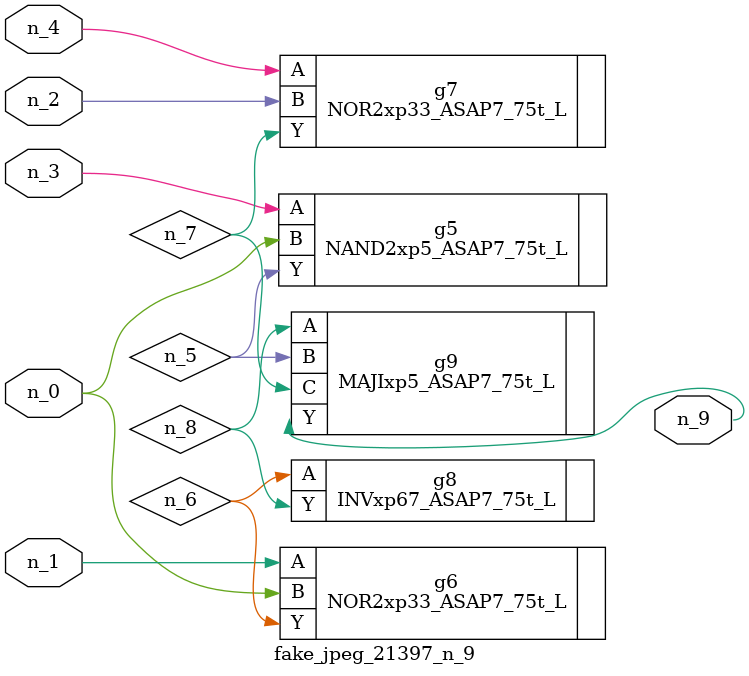
<source format=v>
module fake_jpeg_21397_n_9 (n_3, n_2, n_1, n_0, n_4, n_9);

input n_3;
input n_2;
input n_1;
input n_0;
input n_4;

output n_9;

wire n_8;
wire n_6;
wire n_5;
wire n_7;

NAND2xp5_ASAP7_75t_L g5 ( 
.A(n_3),
.B(n_0),
.Y(n_5)
);

NOR2xp33_ASAP7_75t_L g6 ( 
.A(n_1),
.B(n_0),
.Y(n_6)
);

NOR2xp33_ASAP7_75t_L g7 ( 
.A(n_4),
.B(n_2),
.Y(n_7)
);

INVxp67_ASAP7_75t_L g8 ( 
.A(n_6),
.Y(n_8)
);

MAJIxp5_ASAP7_75t_L g9 ( 
.A(n_8),
.B(n_5),
.C(n_7),
.Y(n_9)
);


endmodule
</source>
